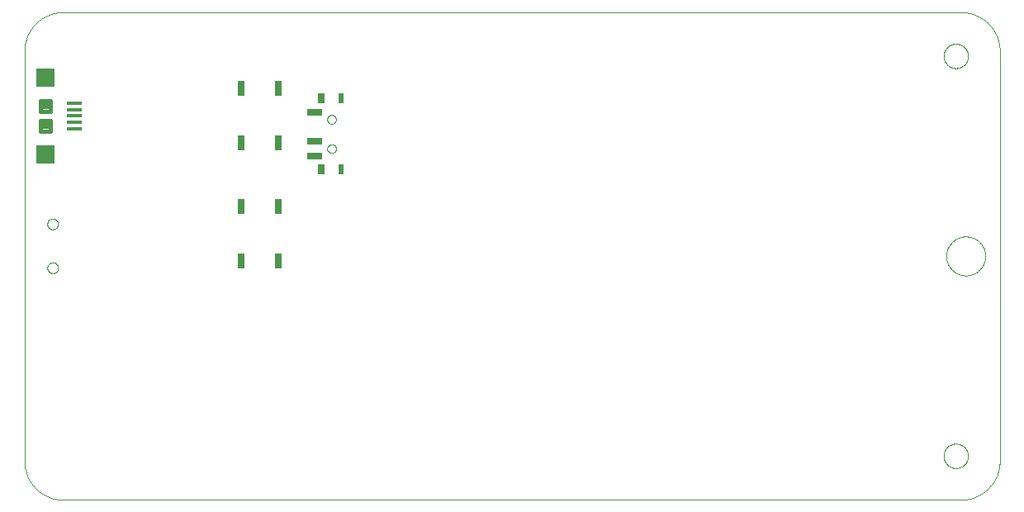
<source format=gbp>
G75*
%MOIN*%
%OFA0B0*%
%FSLAX25Y25*%
%IPPOS*%
%LPD*%
%AMOC8*
5,1,8,0,0,1.08239X$1,22.5*
%
%ADD10C,0.00000*%
%ADD11R,0.03000X0.06000*%
%ADD12R,0.05984X0.01496*%
%ADD13C,0.01800*%
%ADD14R,0.07480X0.07480*%
%ADD15R,0.05906X0.02756*%
%ADD16R,0.02362X0.03937*%
%ADD17R,0.03150X0.03937*%
D10*
X0059668Y0020048D02*
X0059668Y0185402D01*
X0059673Y0185783D01*
X0059686Y0186163D01*
X0059709Y0186543D01*
X0059742Y0186922D01*
X0059783Y0187300D01*
X0059833Y0187677D01*
X0059893Y0188053D01*
X0059961Y0188428D01*
X0060039Y0188800D01*
X0060126Y0189171D01*
X0060221Y0189539D01*
X0060326Y0189905D01*
X0060439Y0190268D01*
X0060561Y0190629D01*
X0060691Y0190986D01*
X0060831Y0191340D01*
X0060978Y0191691D01*
X0061135Y0192038D01*
X0061299Y0192381D01*
X0061472Y0192720D01*
X0061653Y0193055D01*
X0061842Y0193386D01*
X0062039Y0193711D01*
X0062243Y0194032D01*
X0062456Y0194348D01*
X0062676Y0194658D01*
X0062903Y0194964D01*
X0063138Y0195263D01*
X0063380Y0195557D01*
X0063628Y0195845D01*
X0063884Y0196127D01*
X0064147Y0196402D01*
X0064416Y0196671D01*
X0064691Y0196934D01*
X0064973Y0197190D01*
X0065261Y0197438D01*
X0065555Y0197680D01*
X0065854Y0197915D01*
X0066160Y0198142D01*
X0066470Y0198362D01*
X0066786Y0198575D01*
X0067107Y0198779D01*
X0067432Y0198976D01*
X0067763Y0199165D01*
X0068098Y0199346D01*
X0068437Y0199519D01*
X0068780Y0199683D01*
X0069127Y0199840D01*
X0069478Y0199987D01*
X0069832Y0200127D01*
X0070189Y0200257D01*
X0070550Y0200379D01*
X0070913Y0200492D01*
X0071279Y0200597D01*
X0071647Y0200692D01*
X0072018Y0200779D01*
X0072390Y0200857D01*
X0072765Y0200925D01*
X0073141Y0200985D01*
X0073518Y0201035D01*
X0073896Y0201076D01*
X0074275Y0201109D01*
X0074655Y0201132D01*
X0075035Y0201145D01*
X0075416Y0201150D01*
X0437620Y0201150D01*
X0438001Y0201145D01*
X0438381Y0201132D01*
X0438761Y0201109D01*
X0439140Y0201076D01*
X0439518Y0201035D01*
X0439895Y0200985D01*
X0440271Y0200925D01*
X0440646Y0200857D01*
X0441018Y0200779D01*
X0441389Y0200692D01*
X0441757Y0200597D01*
X0442123Y0200492D01*
X0442486Y0200379D01*
X0442847Y0200257D01*
X0443204Y0200127D01*
X0443558Y0199987D01*
X0443909Y0199840D01*
X0444256Y0199683D01*
X0444599Y0199519D01*
X0444938Y0199346D01*
X0445273Y0199165D01*
X0445604Y0198976D01*
X0445929Y0198779D01*
X0446250Y0198575D01*
X0446566Y0198362D01*
X0446876Y0198142D01*
X0447182Y0197915D01*
X0447481Y0197680D01*
X0447775Y0197438D01*
X0448063Y0197190D01*
X0448345Y0196934D01*
X0448620Y0196671D01*
X0448889Y0196402D01*
X0449152Y0196127D01*
X0449408Y0195845D01*
X0449656Y0195557D01*
X0449898Y0195263D01*
X0450133Y0194964D01*
X0450360Y0194658D01*
X0450580Y0194348D01*
X0450793Y0194032D01*
X0450997Y0193711D01*
X0451194Y0193386D01*
X0451383Y0193055D01*
X0451564Y0192720D01*
X0451737Y0192381D01*
X0451901Y0192038D01*
X0452058Y0191691D01*
X0452205Y0191340D01*
X0452345Y0190986D01*
X0452475Y0190629D01*
X0452597Y0190268D01*
X0452710Y0189905D01*
X0452815Y0189539D01*
X0452910Y0189171D01*
X0452997Y0188800D01*
X0453075Y0188428D01*
X0453143Y0188053D01*
X0453203Y0187677D01*
X0453253Y0187300D01*
X0453294Y0186922D01*
X0453327Y0186543D01*
X0453350Y0186163D01*
X0453363Y0185783D01*
X0453368Y0185402D01*
X0453369Y0185402D02*
X0453369Y0020048D01*
X0453368Y0020048D02*
X0453363Y0019667D01*
X0453350Y0019287D01*
X0453327Y0018907D01*
X0453294Y0018528D01*
X0453253Y0018150D01*
X0453203Y0017773D01*
X0453143Y0017397D01*
X0453075Y0017022D01*
X0452997Y0016650D01*
X0452910Y0016279D01*
X0452815Y0015911D01*
X0452710Y0015545D01*
X0452597Y0015182D01*
X0452475Y0014821D01*
X0452345Y0014464D01*
X0452205Y0014110D01*
X0452058Y0013759D01*
X0451901Y0013412D01*
X0451737Y0013069D01*
X0451564Y0012730D01*
X0451383Y0012395D01*
X0451194Y0012064D01*
X0450997Y0011739D01*
X0450793Y0011418D01*
X0450580Y0011102D01*
X0450360Y0010792D01*
X0450133Y0010486D01*
X0449898Y0010187D01*
X0449656Y0009893D01*
X0449408Y0009605D01*
X0449152Y0009323D01*
X0448889Y0009048D01*
X0448620Y0008779D01*
X0448345Y0008516D01*
X0448063Y0008260D01*
X0447775Y0008012D01*
X0447481Y0007770D01*
X0447182Y0007535D01*
X0446876Y0007308D01*
X0446566Y0007088D01*
X0446250Y0006875D01*
X0445929Y0006671D01*
X0445604Y0006474D01*
X0445273Y0006285D01*
X0444938Y0006104D01*
X0444599Y0005931D01*
X0444256Y0005767D01*
X0443909Y0005610D01*
X0443558Y0005463D01*
X0443204Y0005323D01*
X0442847Y0005193D01*
X0442486Y0005071D01*
X0442123Y0004958D01*
X0441757Y0004853D01*
X0441389Y0004758D01*
X0441018Y0004671D01*
X0440646Y0004593D01*
X0440271Y0004525D01*
X0439895Y0004465D01*
X0439518Y0004415D01*
X0439140Y0004374D01*
X0438761Y0004341D01*
X0438381Y0004318D01*
X0438001Y0004305D01*
X0437620Y0004300D01*
X0075416Y0004300D01*
X0075035Y0004305D01*
X0074655Y0004318D01*
X0074275Y0004341D01*
X0073896Y0004374D01*
X0073518Y0004415D01*
X0073141Y0004465D01*
X0072765Y0004525D01*
X0072390Y0004593D01*
X0072018Y0004671D01*
X0071647Y0004758D01*
X0071279Y0004853D01*
X0070913Y0004958D01*
X0070550Y0005071D01*
X0070189Y0005193D01*
X0069832Y0005323D01*
X0069478Y0005463D01*
X0069127Y0005610D01*
X0068780Y0005767D01*
X0068437Y0005931D01*
X0068098Y0006104D01*
X0067763Y0006285D01*
X0067432Y0006474D01*
X0067107Y0006671D01*
X0066786Y0006875D01*
X0066470Y0007088D01*
X0066160Y0007308D01*
X0065854Y0007535D01*
X0065555Y0007770D01*
X0065261Y0008012D01*
X0064973Y0008260D01*
X0064691Y0008516D01*
X0064416Y0008779D01*
X0064147Y0009048D01*
X0063884Y0009323D01*
X0063628Y0009605D01*
X0063380Y0009893D01*
X0063138Y0010187D01*
X0062903Y0010486D01*
X0062676Y0010792D01*
X0062456Y0011102D01*
X0062243Y0011418D01*
X0062039Y0011739D01*
X0061842Y0012064D01*
X0061653Y0012395D01*
X0061472Y0012730D01*
X0061299Y0013069D01*
X0061135Y0013412D01*
X0060978Y0013759D01*
X0060831Y0014110D01*
X0060691Y0014464D01*
X0060561Y0014821D01*
X0060439Y0015182D01*
X0060326Y0015545D01*
X0060221Y0015911D01*
X0060126Y0016279D01*
X0060039Y0016650D01*
X0059961Y0017022D01*
X0059893Y0017397D01*
X0059833Y0017773D01*
X0059783Y0018150D01*
X0059742Y0018528D01*
X0059709Y0018907D01*
X0059686Y0019287D01*
X0059673Y0019667D01*
X0059668Y0020048D01*
X0068920Y0097942D02*
X0068922Y0098035D01*
X0068928Y0098127D01*
X0068938Y0098219D01*
X0068952Y0098310D01*
X0068969Y0098401D01*
X0068991Y0098491D01*
X0069016Y0098580D01*
X0069045Y0098668D01*
X0069078Y0098754D01*
X0069115Y0098839D01*
X0069155Y0098923D01*
X0069199Y0099004D01*
X0069246Y0099084D01*
X0069296Y0099162D01*
X0069350Y0099237D01*
X0069407Y0099310D01*
X0069467Y0099380D01*
X0069530Y0099448D01*
X0069596Y0099513D01*
X0069664Y0099575D01*
X0069735Y0099635D01*
X0069809Y0099691D01*
X0069885Y0099744D01*
X0069963Y0099793D01*
X0070043Y0099840D01*
X0070125Y0099882D01*
X0070209Y0099922D01*
X0070294Y0099957D01*
X0070381Y0099989D01*
X0070469Y0100018D01*
X0070558Y0100042D01*
X0070648Y0100063D01*
X0070739Y0100079D01*
X0070831Y0100092D01*
X0070923Y0100101D01*
X0071016Y0100106D01*
X0071108Y0100107D01*
X0071201Y0100104D01*
X0071293Y0100097D01*
X0071385Y0100086D01*
X0071476Y0100071D01*
X0071567Y0100053D01*
X0071657Y0100030D01*
X0071745Y0100004D01*
X0071833Y0099974D01*
X0071919Y0099940D01*
X0072003Y0099903D01*
X0072086Y0099861D01*
X0072167Y0099817D01*
X0072247Y0099769D01*
X0072324Y0099718D01*
X0072398Y0099663D01*
X0072471Y0099605D01*
X0072541Y0099545D01*
X0072608Y0099481D01*
X0072672Y0099415D01*
X0072734Y0099345D01*
X0072792Y0099274D01*
X0072847Y0099200D01*
X0072899Y0099123D01*
X0072948Y0099044D01*
X0072994Y0098964D01*
X0073036Y0098881D01*
X0073074Y0098797D01*
X0073109Y0098711D01*
X0073140Y0098624D01*
X0073167Y0098536D01*
X0073190Y0098446D01*
X0073210Y0098356D01*
X0073226Y0098265D01*
X0073238Y0098173D01*
X0073246Y0098081D01*
X0073250Y0097988D01*
X0073250Y0097896D01*
X0073246Y0097803D01*
X0073238Y0097711D01*
X0073226Y0097619D01*
X0073210Y0097528D01*
X0073190Y0097438D01*
X0073167Y0097348D01*
X0073140Y0097260D01*
X0073109Y0097173D01*
X0073074Y0097087D01*
X0073036Y0097003D01*
X0072994Y0096920D01*
X0072948Y0096840D01*
X0072899Y0096761D01*
X0072847Y0096684D01*
X0072792Y0096610D01*
X0072734Y0096539D01*
X0072672Y0096469D01*
X0072608Y0096403D01*
X0072541Y0096339D01*
X0072471Y0096279D01*
X0072398Y0096221D01*
X0072324Y0096166D01*
X0072247Y0096115D01*
X0072168Y0096067D01*
X0072086Y0096023D01*
X0072003Y0095981D01*
X0071919Y0095944D01*
X0071833Y0095910D01*
X0071745Y0095880D01*
X0071657Y0095854D01*
X0071567Y0095831D01*
X0071476Y0095813D01*
X0071385Y0095798D01*
X0071293Y0095787D01*
X0071201Y0095780D01*
X0071108Y0095777D01*
X0071016Y0095778D01*
X0070923Y0095783D01*
X0070831Y0095792D01*
X0070739Y0095805D01*
X0070648Y0095821D01*
X0070558Y0095842D01*
X0070469Y0095866D01*
X0070381Y0095895D01*
X0070294Y0095927D01*
X0070209Y0095962D01*
X0070125Y0096002D01*
X0070043Y0096044D01*
X0069963Y0096091D01*
X0069885Y0096140D01*
X0069809Y0096193D01*
X0069735Y0096249D01*
X0069664Y0096309D01*
X0069596Y0096371D01*
X0069530Y0096436D01*
X0069467Y0096504D01*
X0069407Y0096574D01*
X0069350Y0096647D01*
X0069296Y0096722D01*
X0069246Y0096800D01*
X0069199Y0096880D01*
X0069155Y0096961D01*
X0069115Y0097045D01*
X0069078Y0097130D01*
X0069045Y0097216D01*
X0069016Y0097304D01*
X0068991Y0097393D01*
X0068969Y0097483D01*
X0068952Y0097574D01*
X0068938Y0097665D01*
X0068928Y0097757D01*
X0068922Y0097849D01*
X0068920Y0097942D01*
X0068920Y0115658D02*
X0068922Y0115751D01*
X0068928Y0115843D01*
X0068938Y0115935D01*
X0068952Y0116026D01*
X0068969Y0116117D01*
X0068991Y0116207D01*
X0069016Y0116296D01*
X0069045Y0116384D01*
X0069078Y0116470D01*
X0069115Y0116555D01*
X0069155Y0116639D01*
X0069199Y0116720D01*
X0069246Y0116800D01*
X0069296Y0116878D01*
X0069350Y0116953D01*
X0069407Y0117026D01*
X0069467Y0117096D01*
X0069530Y0117164D01*
X0069596Y0117229D01*
X0069664Y0117291D01*
X0069735Y0117351D01*
X0069809Y0117407D01*
X0069885Y0117460D01*
X0069963Y0117509D01*
X0070043Y0117556D01*
X0070125Y0117598D01*
X0070209Y0117638D01*
X0070294Y0117673D01*
X0070381Y0117705D01*
X0070469Y0117734D01*
X0070558Y0117758D01*
X0070648Y0117779D01*
X0070739Y0117795D01*
X0070831Y0117808D01*
X0070923Y0117817D01*
X0071016Y0117822D01*
X0071108Y0117823D01*
X0071201Y0117820D01*
X0071293Y0117813D01*
X0071385Y0117802D01*
X0071476Y0117787D01*
X0071567Y0117769D01*
X0071657Y0117746D01*
X0071745Y0117720D01*
X0071833Y0117690D01*
X0071919Y0117656D01*
X0072003Y0117619D01*
X0072086Y0117577D01*
X0072167Y0117533D01*
X0072247Y0117485D01*
X0072324Y0117434D01*
X0072398Y0117379D01*
X0072471Y0117321D01*
X0072541Y0117261D01*
X0072608Y0117197D01*
X0072672Y0117131D01*
X0072734Y0117061D01*
X0072792Y0116990D01*
X0072847Y0116916D01*
X0072899Y0116839D01*
X0072948Y0116760D01*
X0072994Y0116680D01*
X0073036Y0116597D01*
X0073074Y0116513D01*
X0073109Y0116427D01*
X0073140Y0116340D01*
X0073167Y0116252D01*
X0073190Y0116162D01*
X0073210Y0116072D01*
X0073226Y0115981D01*
X0073238Y0115889D01*
X0073246Y0115797D01*
X0073250Y0115704D01*
X0073250Y0115612D01*
X0073246Y0115519D01*
X0073238Y0115427D01*
X0073226Y0115335D01*
X0073210Y0115244D01*
X0073190Y0115154D01*
X0073167Y0115064D01*
X0073140Y0114976D01*
X0073109Y0114889D01*
X0073074Y0114803D01*
X0073036Y0114719D01*
X0072994Y0114636D01*
X0072948Y0114556D01*
X0072899Y0114477D01*
X0072847Y0114400D01*
X0072792Y0114326D01*
X0072734Y0114255D01*
X0072672Y0114185D01*
X0072608Y0114119D01*
X0072541Y0114055D01*
X0072471Y0113995D01*
X0072398Y0113937D01*
X0072324Y0113882D01*
X0072247Y0113831D01*
X0072168Y0113783D01*
X0072086Y0113739D01*
X0072003Y0113697D01*
X0071919Y0113660D01*
X0071833Y0113626D01*
X0071745Y0113596D01*
X0071657Y0113570D01*
X0071567Y0113547D01*
X0071476Y0113529D01*
X0071385Y0113514D01*
X0071293Y0113503D01*
X0071201Y0113496D01*
X0071108Y0113493D01*
X0071016Y0113494D01*
X0070923Y0113499D01*
X0070831Y0113508D01*
X0070739Y0113521D01*
X0070648Y0113537D01*
X0070558Y0113558D01*
X0070469Y0113582D01*
X0070381Y0113611D01*
X0070294Y0113643D01*
X0070209Y0113678D01*
X0070125Y0113718D01*
X0070043Y0113760D01*
X0069963Y0113807D01*
X0069885Y0113856D01*
X0069809Y0113909D01*
X0069735Y0113965D01*
X0069664Y0114025D01*
X0069596Y0114087D01*
X0069530Y0114152D01*
X0069467Y0114220D01*
X0069407Y0114290D01*
X0069350Y0114363D01*
X0069296Y0114438D01*
X0069246Y0114516D01*
X0069199Y0114596D01*
X0069155Y0114677D01*
X0069115Y0114761D01*
X0069078Y0114846D01*
X0069045Y0114932D01*
X0069016Y0115020D01*
X0068991Y0115109D01*
X0068969Y0115199D01*
X0068952Y0115290D01*
X0068938Y0115381D01*
X0068928Y0115473D01*
X0068922Y0115565D01*
X0068920Y0115658D01*
X0181911Y0146032D02*
X0181913Y0146116D01*
X0181919Y0146199D01*
X0181929Y0146282D01*
X0181943Y0146365D01*
X0181960Y0146447D01*
X0181982Y0146528D01*
X0182007Y0146607D01*
X0182036Y0146686D01*
X0182069Y0146763D01*
X0182105Y0146838D01*
X0182145Y0146912D01*
X0182188Y0146984D01*
X0182235Y0147053D01*
X0182285Y0147120D01*
X0182338Y0147185D01*
X0182394Y0147247D01*
X0182452Y0147307D01*
X0182514Y0147364D01*
X0182578Y0147417D01*
X0182645Y0147468D01*
X0182714Y0147515D01*
X0182785Y0147560D01*
X0182858Y0147600D01*
X0182933Y0147637D01*
X0183010Y0147671D01*
X0183088Y0147701D01*
X0183167Y0147727D01*
X0183248Y0147750D01*
X0183330Y0147768D01*
X0183412Y0147783D01*
X0183495Y0147794D01*
X0183578Y0147801D01*
X0183662Y0147804D01*
X0183746Y0147803D01*
X0183829Y0147798D01*
X0183913Y0147789D01*
X0183995Y0147776D01*
X0184077Y0147760D01*
X0184158Y0147739D01*
X0184239Y0147715D01*
X0184317Y0147687D01*
X0184395Y0147655D01*
X0184471Y0147619D01*
X0184545Y0147580D01*
X0184617Y0147538D01*
X0184687Y0147492D01*
X0184755Y0147443D01*
X0184820Y0147391D01*
X0184883Y0147336D01*
X0184943Y0147278D01*
X0185001Y0147217D01*
X0185055Y0147153D01*
X0185107Y0147087D01*
X0185155Y0147019D01*
X0185200Y0146948D01*
X0185241Y0146875D01*
X0185280Y0146801D01*
X0185314Y0146725D01*
X0185345Y0146647D01*
X0185372Y0146568D01*
X0185396Y0146487D01*
X0185415Y0146406D01*
X0185431Y0146324D01*
X0185443Y0146241D01*
X0185451Y0146157D01*
X0185455Y0146074D01*
X0185455Y0145990D01*
X0185451Y0145907D01*
X0185443Y0145823D01*
X0185431Y0145740D01*
X0185415Y0145658D01*
X0185396Y0145577D01*
X0185372Y0145496D01*
X0185345Y0145417D01*
X0185314Y0145339D01*
X0185280Y0145263D01*
X0185241Y0145189D01*
X0185200Y0145116D01*
X0185155Y0145045D01*
X0185107Y0144977D01*
X0185055Y0144911D01*
X0185001Y0144847D01*
X0184943Y0144786D01*
X0184883Y0144728D01*
X0184820Y0144673D01*
X0184755Y0144621D01*
X0184687Y0144572D01*
X0184617Y0144526D01*
X0184545Y0144484D01*
X0184471Y0144445D01*
X0184395Y0144409D01*
X0184317Y0144377D01*
X0184239Y0144349D01*
X0184158Y0144325D01*
X0184077Y0144304D01*
X0183995Y0144288D01*
X0183913Y0144275D01*
X0183829Y0144266D01*
X0183746Y0144261D01*
X0183662Y0144260D01*
X0183578Y0144263D01*
X0183495Y0144270D01*
X0183412Y0144281D01*
X0183330Y0144296D01*
X0183248Y0144314D01*
X0183167Y0144337D01*
X0183088Y0144363D01*
X0183010Y0144393D01*
X0182933Y0144427D01*
X0182858Y0144464D01*
X0182785Y0144504D01*
X0182714Y0144549D01*
X0182645Y0144596D01*
X0182578Y0144647D01*
X0182514Y0144700D01*
X0182452Y0144757D01*
X0182394Y0144817D01*
X0182338Y0144879D01*
X0182285Y0144944D01*
X0182235Y0145011D01*
X0182188Y0145080D01*
X0182145Y0145152D01*
X0182105Y0145226D01*
X0182069Y0145301D01*
X0182036Y0145378D01*
X0182007Y0145457D01*
X0181982Y0145536D01*
X0181960Y0145617D01*
X0181943Y0145699D01*
X0181929Y0145782D01*
X0181919Y0145865D01*
X0181913Y0145948D01*
X0181911Y0146032D01*
X0181911Y0157843D02*
X0181913Y0157927D01*
X0181919Y0158010D01*
X0181929Y0158093D01*
X0181943Y0158176D01*
X0181960Y0158258D01*
X0181982Y0158339D01*
X0182007Y0158418D01*
X0182036Y0158497D01*
X0182069Y0158574D01*
X0182105Y0158649D01*
X0182145Y0158723D01*
X0182188Y0158795D01*
X0182235Y0158864D01*
X0182285Y0158931D01*
X0182338Y0158996D01*
X0182394Y0159058D01*
X0182452Y0159118D01*
X0182514Y0159175D01*
X0182578Y0159228D01*
X0182645Y0159279D01*
X0182714Y0159326D01*
X0182785Y0159371D01*
X0182858Y0159411D01*
X0182933Y0159448D01*
X0183010Y0159482D01*
X0183088Y0159512D01*
X0183167Y0159538D01*
X0183248Y0159561D01*
X0183330Y0159579D01*
X0183412Y0159594D01*
X0183495Y0159605D01*
X0183578Y0159612D01*
X0183662Y0159615D01*
X0183746Y0159614D01*
X0183829Y0159609D01*
X0183913Y0159600D01*
X0183995Y0159587D01*
X0184077Y0159571D01*
X0184158Y0159550D01*
X0184239Y0159526D01*
X0184317Y0159498D01*
X0184395Y0159466D01*
X0184471Y0159430D01*
X0184545Y0159391D01*
X0184617Y0159349D01*
X0184687Y0159303D01*
X0184755Y0159254D01*
X0184820Y0159202D01*
X0184883Y0159147D01*
X0184943Y0159089D01*
X0185001Y0159028D01*
X0185055Y0158964D01*
X0185107Y0158898D01*
X0185155Y0158830D01*
X0185200Y0158759D01*
X0185241Y0158686D01*
X0185280Y0158612D01*
X0185314Y0158536D01*
X0185345Y0158458D01*
X0185372Y0158379D01*
X0185396Y0158298D01*
X0185415Y0158217D01*
X0185431Y0158135D01*
X0185443Y0158052D01*
X0185451Y0157968D01*
X0185455Y0157885D01*
X0185455Y0157801D01*
X0185451Y0157718D01*
X0185443Y0157634D01*
X0185431Y0157551D01*
X0185415Y0157469D01*
X0185396Y0157388D01*
X0185372Y0157307D01*
X0185345Y0157228D01*
X0185314Y0157150D01*
X0185280Y0157074D01*
X0185241Y0157000D01*
X0185200Y0156927D01*
X0185155Y0156856D01*
X0185107Y0156788D01*
X0185055Y0156722D01*
X0185001Y0156658D01*
X0184943Y0156597D01*
X0184883Y0156539D01*
X0184820Y0156484D01*
X0184755Y0156432D01*
X0184687Y0156383D01*
X0184617Y0156337D01*
X0184545Y0156295D01*
X0184471Y0156256D01*
X0184395Y0156220D01*
X0184317Y0156188D01*
X0184239Y0156160D01*
X0184158Y0156136D01*
X0184077Y0156115D01*
X0183995Y0156099D01*
X0183913Y0156086D01*
X0183829Y0156077D01*
X0183746Y0156072D01*
X0183662Y0156071D01*
X0183578Y0156074D01*
X0183495Y0156081D01*
X0183412Y0156092D01*
X0183330Y0156107D01*
X0183248Y0156125D01*
X0183167Y0156148D01*
X0183088Y0156174D01*
X0183010Y0156204D01*
X0182933Y0156238D01*
X0182858Y0156275D01*
X0182785Y0156315D01*
X0182714Y0156360D01*
X0182645Y0156407D01*
X0182578Y0156458D01*
X0182514Y0156511D01*
X0182452Y0156568D01*
X0182394Y0156628D01*
X0182338Y0156690D01*
X0182285Y0156755D01*
X0182235Y0156822D01*
X0182188Y0156891D01*
X0182145Y0156963D01*
X0182105Y0157037D01*
X0182069Y0157112D01*
X0182036Y0157189D01*
X0182007Y0157268D01*
X0181982Y0157347D01*
X0181960Y0157428D01*
X0181943Y0157510D01*
X0181929Y0157593D01*
X0181919Y0157676D01*
X0181913Y0157759D01*
X0181911Y0157843D01*
X0430731Y0183434D02*
X0430733Y0183574D01*
X0430739Y0183714D01*
X0430749Y0183853D01*
X0430763Y0183992D01*
X0430781Y0184131D01*
X0430802Y0184269D01*
X0430828Y0184407D01*
X0430858Y0184544D01*
X0430891Y0184679D01*
X0430929Y0184814D01*
X0430970Y0184948D01*
X0431015Y0185081D01*
X0431063Y0185212D01*
X0431116Y0185341D01*
X0431172Y0185470D01*
X0431231Y0185596D01*
X0431295Y0185721D01*
X0431361Y0185844D01*
X0431432Y0185965D01*
X0431505Y0186084D01*
X0431582Y0186201D01*
X0431663Y0186315D01*
X0431746Y0186427D01*
X0431833Y0186537D01*
X0431923Y0186645D01*
X0432015Y0186749D01*
X0432111Y0186851D01*
X0432210Y0186951D01*
X0432311Y0187047D01*
X0432415Y0187141D01*
X0432522Y0187231D01*
X0432631Y0187318D01*
X0432743Y0187403D01*
X0432857Y0187484D01*
X0432973Y0187562D01*
X0433091Y0187636D01*
X0433212Y0187707D01*
X0433334Y0187775D01*
X0433459Y0187839D01*
X0433585Y0187900D01*
X0433712Y0187957D01*
X0433842Y0188010D01*
X0433973Y0188060D01*
X0434105Y0188105D01*
X0434238Y0188148D01*
X0434373Y0188186D01*
X0434508Y0188220D01*
X0434645Y0188251D01*
X0434782Y0188278D01*
X0434920Y0188300D01*
X0435059Y0188319D01*
X0435198Y0188334D01*
X0435337Y0188345D01*
X0435477Y0188352D01*
X0435617Y0188355D01*
X0435757Y0188354D01*
X0435897Y0188349D01*
X0436036Y0188340D01*
X0436176Y0188327D01*
X0436315Y0188310D01*
X0436453Y0188289D01*
X0436591Y0188265D01*
X0436728Y0188236D01*
X0436864Y0188204D01*
X0436999Y0188167D01*
X0437133Y0188127D01*
X0437266Y0188083D01*
X0437397Y0188035D01*
X0437527Y0187984D01*
X0437656Y0187929D01*
X0437783Y0187870D01*
X0437908Y0187807D01*
X0438031Y0187742D01*
X0438153Y0187672D01*
X0438272Y0187599D01*
X0438390Y0187523D01*
X0438505Y0187444D01*
X0438618Y0187361D01*
X0438728Y0187275D01*
X0438836Y0187186D01*
X0438941Y0187094D01*
X0439044Y0186999D01*
X0439144Y0186901D01*
X0439241Y0186801D01*
X0439335Y0186697D01*
X0439427Y0186591D01*
X0439515Y0186483D01*
X0439600Y0186372D01*
X0439682Y0186258D01*
X0439761Y0186142D01*
X0439836Y0186025D01*
X0439908Y0185905D01*
X0439976Y0185783D01*
X0440041Y0185659D01*
X0440103Y0185533D01*
X0440161Y0185406D01*
X0440215Y0185277D01*
X0440266Y0185146D01*
X0440312Y0185014D01*
X0440355Y0184881D01*
X0440395Y0184747D01*
X0440430Y0184612D01*
X0440462Y0184475D01*
X0440489Y0184338D01*
X0440513Y0184200D01*
X0440533Y0184062D01*
X0440549Y0183923D01*
X0440561Y0183783D01*
X0440569Y0183644D01*
X0440573Y0183504D01*
X0440573Y0183364D01*
X0440569Y0183224D01*
X0440561Y0183085D01*
X0440549Y0182945D01*
X0440533Y0182806D01*
X0440513Y0182668D01*
X0440489Y0182530D01*
X0440462Y0182393D01*
X0440430Y0182256D01*
X0440395Y0182121D01*
X0440355Y0181987D01*
X0440312Y0181854D01*
X0440266Y0181722D01*
X0440215Y0181591D01*
X0440161Y0181462D01*
X0440103Y0181335D01*
X0440041Y0181209D01*
X0439976Y0181085D01*
X0439908Y0180963D01*
X0439836Y0180843D01*
X0439761Y0180726D01*
X0439682Y0180610D01*
X0439600Y0180496D01*
X0439515Y0180385D01*
X0439427Y0180277D01*
X0439335Y0180171D01*
X0439241Y0180067D01*
X0439144Y0179967D01*
X0439044Y0179869D01*
X0438941Y0179774D01*
X0438836Y0179682D01*
X0438728Y0179593D01*
X0438618Y0179507D01*
X0438505Y0179424D01*
X0438390Y0179345D01*
X0438272Y0179269D01*
X0438153Y0179196D01*
X0438031Y0179126D01*
X0437908Y0179061D01*
X0437783Y0178998D01*
X0437656Y0178939D01*
X0437527Y0178884D01*
X0437397Y0178833D01*
X0437266Y0178785D01*
X0437133Y0178741D01*
X0436999Y0178701D01*
X0436864Y0178664D01*
X0436728Y0178632D01*
X0436591Y0178603D01*
X0436453Y0178579D01*
X0436315Y0178558D01*
X0436176Y0178541D01*
X0436036Y0178528D01*
X0435897Y0178519D01*
X0435757Y0178514D01*
X0435617Y0178513D01*
X0435477Y0178516D01*
X0435337Y0178523D01*
X0435198Y0178534D01*
X0435059Y0178549D01*
X0434920Y0178568D01*
X0434782Y0178590D01*
X0434645Y0178617D01*
X0434508Y0178648D01*
X0434373Y0178682D01*
X0434238Y0178720D01*
X0434105Y0178763D01*
X0433973Y0178808D01*
X0433842Y0178858D01*
X0433712Y0178911D01*
X0433585Y0178968D01*
X0433459Y0179029D01*
X0433334Y0179093D01*
X0433212Y0179161D01*
X0433091Y0179232D01*
X0432973Y0179306D01*
X0432857Y0179384D01*
X0432743Y0179465D01*
X0432631Y0179550D01*
X0432522Y0179637D01*
X0432415Y0179727D01*
X0432311Y0179821D01*
X0432210Y0179917D01*
X0432111Y0180017D01*
X0432015Y0180119D01*
X0431923Y0180223D01*
X0431833Y0180331D01*
X0431746Y0180441D01*
X0431663Y0180553D01*
X0431582Y0180667D01*
X0431505Y0180784D01*
X0431432Y0180903D01*
X0431361Y0181024D01*
X0431295Y0181147D01*
X0431231Y0181272D01*
X0431172Y0181398D01*
X0431116Y0181527D01*
X0431063Y0181656D01*
X0431015Y0181787D01*
X0430970Y0181920D01*
X0430929Y0182054D01*
X0430891Y0182189D01*
X0430858Y0182324D01*
X0430828Y0182461D01*
X0430802Y0182599D01*
X0430781Y0182737D01*
X0430763Y0182876D01*
X0430749Y0183015D01*
X0430739Y0183154D01*
X0430733Y0183294D01*
X0430731Y0183434D01*
X0431794Y0102725D02*
X0431796Y0102918D01*
X0431803Y0103111D01*
X0431815Y0103304D01*
X0431832Y0103497D01*
X0431853Y0103689D01*
X0431879Y0103880D01*
X0431910Y0104071D01*
X0431945Y0104261D01*
X0431985Y0104450D01*
X0432030Y0104638D01*
X0432079Y0104825D01*
X0432133Y0105011D01*
X0432191Y0105195D01*
X0432254Y0105378D01*
X0432322Y0105559D01*
X0432393Y0105738D01*
X0432470Y0105916D01*
X0432550Y0106092D01*
X0432635Y0106265D01*
X0432724Y0106437D01*
X0432817Y0106606D01*
X0432914Y0106773D01*
X0433016Y0106938D01*
X0433121Y0107100D01*
X0433230Y0107259D01*
X0433344Y0107416D01*
X0433461Y0107569D01*
X0433581Y0107720D01*
X0433706Y0107868D01*
X0433834Y0108013D01*
X0433965Y0108154D01*
X0434100Y0108293D01*
X0434239Y0108428D01*
X0434380Y0108559D01*
X0434525Y0108687D01*
X0434673Y0108812D01*
X0434824Y0108932D01*
X0434977Y0109049D01*
X0435134Y0109163D01*
X0435293Y0109272D01*
X0435455Y0109377D01*
X0435620Y0109479D01*
X0435787Y0109576D01*
X0435956Y0109669D01*
X0436128Y0109758D01*
X0436301Y0109843D01*
X0436477Y0109923D01*
X0436655Y0110000D01*
X0436834Y0110071D01*
X0437015Y0110139D01*
X0437198Y0110202D01*
X0437382Y0110260D01*
X0437568Y0110314D01*
X0437755Y0110363D01*
X0437943Y0110408D01*
X0438132Y0110448D01*
X0438322Y0110483D01*
X0438513Y0110514D01*
X0438704Y0110540D01*
X0438896Y0110561D01*
X0439089Y0110578D01*
X0439282Y0110590D01*
X0439475Y0110597D01*
X0439668Y0110599D01*
X0439861Y0110597D01*
X0440054Y0110590D01*
X0440247Y0110578D01*
X0440440Y0110561D01*
X0440632Y0110540D01*
X0440823Y0110514D01*
X0441014Y0110483D01*
X0441204Y0110448D01*
X0441393Y0110408D01*
X0441581Y0110363D01*
X0441768Y0110314D01*
X0441954Y0110260D01*
X0442138Y0110202D01*
X0442321Y0110139D01*
X0442502Y0110071D01*
X0442681Y0110000D01*
X0442859Y0109923D01*
X0443035Y0109843D01*
X0443208Y0109758D01*
X0443380Y0109669D01*
X0443549Y0109576D01*
X0443716Y0109479D01*
X0443881Y0109377D01*
X0444043Y0109272D01*
X0444202Y0109163D01*
X0444359Y0109049D01*
X0444512Y0108932D01*
X0444663Y0108812D01*
X0444811Y0108687D01*
X0444956Y0108559D01*
X0445097Y0108428D01*
X0445236Y0108293D01*
X0445371Y0108154D01*
X0445502Y0108013D01*
X0445630Y0107868D01*
X0445755Y0107720D01*
X0445875Y0107569D01*
X0445992Y0107416D01*
X0446106Y0107259D01*
X0446215Y0107100D01*
X0446320Y0106938D01*
X0446422Y0106773D01*
X0446519Y0106606D01*
X0446612Y0106437D01*
X0446701Y0106265D01*
X0446786Y0106092D01*
X0446866Y0105916D01*
X0446943Y0105738D01*
X0447014Y0105559D01*
X0447082Y0105378D01*
X0447145Y0105195D01*
X0447203Y0105011D01*
X0447257Y0104825D01*
X0447306Y0104638D01*
X0447351Y0104450D01*
X0447391Y0104261D01*
X0447426Y0104071D01*
X0447457Y0103880D01*
X0447483Y0103689D01*
X0447504Y0103497D01*
X0447521Y0103304D01*
X0447533Y0103111D01*
X0447540Y0102918D01*
X0447542Y0102725D01*
X0447540Y0102532D01*
X0447533Y0102339D01*
X0447521Y0102146D01*
X0447504Y0101953D01*
X0447483Y0101761D01*
X0447457Y0101570D01*
X0447426Y0101379D01*
X0447391Y0101189D01*
X0447351Y0101000D01*
X0447306Y0100812D01*
X0447257Y0100625D01*
X0447203Y0100439D01*
X0447145Y0100255D01*
X0447082Y0100072D01*
X0447014Y0099891D01*
X0446943Y0099712D01*
X0446866Y0099534D01*
X0446786Y0099358D01*
X0446701Y0099185D01*
X0446612Y0099013D01*
X0446519Y0098844D01*
X0446422Y0098677D01*
X0446320Y0098512D01*
X0446215Y0098350D01*
X0446106Y0098191D01*
X0445992Y0098034D01*
X0445875Y0097881D01*
X0445755Y0097730D01*
X0445630Y0097582D01*
X0445502Y0097437D01*
X0445371Y0097296D01*
X0445236Y0097157D01*
X0445097Y0097022D01*
X0444956Y0096891D01*
X0444811Y0096763D01*
X0444663Y0096638D01*
X0444512Y0096518D01*
X0444359Y0096401D01*
X0444202Y0096287D01*
X0444043Y0096178D01*
X0443881Y0096073D01*
X0443716Y0095971D01*
X0443549Y0095874D01*
X0443380Y0095781D01*
X0443208Y0095692D01*
X0443035Y0095607D01*
X0442859Y0095527D01*
X0442681Y0095450D01*
X0442502Y0095379D01*
X0442321Y0095311D01*
X0442138Y0095248D01*
X0441954Y0095190D01*
X0441768Y0095136D01*
X0441581Y0095087D01*
X0441393Y0095042D01*
X0441204Y0095002D01*
X0441014Y0094967D01*
X0440823Y0094936D01*
X0440632Y0094910D01*
X0440440Y0094889D01*
X0440247Y0094872D01*
X0440054Y0094860D01*
X0439861Y0094853D01*
X0439668Y0094851D01*
X0439475Y0094853D01*
X0439282Y0094860D01*
X0439089Y0094872D01*
X0438896Y0094889D01*
X0438704Y0094910D01*
X0438513Y0094936D01*
X0438322Y0094967D01*
X0438132Y0095002D01*
X0437943Y0095042D01*
X0437755Y0095087D01*
X0437568Y0095136D01*
X0437382Y0095190D01*
X0437198Y0095248D01*
X0437015Y0095311D01*
X0436834Y0095379D01*
X0436655Y0095450D01*
X0436477Y0095527D01*
X0436301Y0095607D01*
X0436128Y0095692D01*
X0435956Y0095781D01*
X0435787Y0095874D01*
X0435620Y0095971D01*
X0435455Y0096073D01*
X0435293Y0096178D01*
X0435134Y0096287D01*
X0434977Y0096401D01*
X0434824Y0096518D01*
X0434673Y0096638D01*
X0434525Y0096763D01*
X0434380Y0096891D01*
X0434239Y0097022D01*
X0434100Y0097157D01*
X0433965Y0097296D01*
X0433834Y0097437D01*
X0433706Y0097582D01*
X0433581Y0097730D01*
X0433461Y0097881D01*
X0433344Y0098034D01*
X0433230Y0098191D01*
X0433121Y0098350D01*
X0433016Y0098512D01*
X0432914Y0098677D01*
X0432817Y0098844D01*
X0432724Y0099013D01*
X0432635Y0099185D01*
X0432550Y0099358D01*
X0432470Y0099534D01*
X0432393Y0099712D01*
X0432322Y0099891D01*
X0432254Y0100072D01*
X0432191Y0100255D01*
X0432133Y0100439D01*
X0432079Y0100625D01*
X0432030Y0100812D01*
X0431985Y0101000D01*
X0431945Y0101189D01*
X0431910Y0101379D01*
X0431879Y0101570D01*
X0431853Y0101761D01*
X0431832Y0101953D01*
X0431815Y0102146D01*
X0431803Y0102339D01*
X0431796Y0102532D01*
X0431794Y0102725D01*
X0430731Y0022017D02*
X0430733Y0022157D01*
X0430739Y0022297D01*
X0430749Y0022436D01*
X0430763Y0022575D01*
X0430781Y0022714D01*
X0430802Y0022852D01*
X0430828Y0022990D01*
X0430858Y0023127D01*
X0430891Y0023262D01*
X0430929Y0023397D01*
X0430970Y0023531D01*
X0431015Y0023664D01*
X0431063Y0023795D01*
X0431116Y0023924D01*
X0431172Y0024053D01*
X0431231Y0024179D01*
X0431295Y0024304D01*
X0431361Y0024427D01*
X0431432Y0024548D01*
X0431505Y0024667D01*
X0431582Y0024784D01*
X0431663Y0024898D01*
X0431746Y0025010D01*
X0431833Y0025120D01*
X0431923Y0025228D01*
X0432015Y0025332D01*
X0432111Y0025434D01*
X0432210Y0025534D01*
X0432311Y0025630D01*
X0432415Y0025724D01*
X0432522Y0025814D01*
X0432631Y0025901D01*
X0432743Y0025986D01*
X0432857Y0026067D01*
X0432973Y0026145D01*
X0433091Y0026219D01*
X0433212Y0026290D01*
X0433334Y0026358D01*
X0433459Y0026422D01*
X0433585Y0026483D01*
X0433712Y0026540D01*
X0433842Y0026593D01*
X0433973Y0026643D01*
X0434105Y0026688D01*
X0434238Y0026731D01*
X0434373Y0026769D01*
X0434508Y0026803D01*
X0434645Y0026834D01*
X0434782Y0026861D01*
X0434920Y0026883D01*
X0435059Y0026902D01*
X0435198Y0026917D01*
X0435337Y0026928D01*
X0435477Y0026935D01*
X0435617Y0026938D01*
X0435757Y0026937D01*
X0435897Y0026932D01*
X0436036Y0026923D01*
X0436176Y0026910D01*
X0436315Y0026893D01*
X0436453Y0026872D01*
X0436591Y0026848D01*
X0436728Y0026819D01*
X0436864Y0026787D01*
X0436999Y0026750D01*
X0437133Y0026710D01*
X0437266Y0026666D01*
X0437397Y0026618D01*
X0437527Y0026567D01*
X0437656Y0026512D01*
X0437783Y0026453D01*
X0437908Y0026390D01*
X0438031Y0026325D01*
X0438153Y0026255D01*
X0438272Y0026182D01*
X0438390Y0026106D01*
X0438505Y0026027D01*
X0438618Y0025944D01*
X0438728Y0025858D01*
X0438836Y0025769D01*
X0438941Y0025677D01*
X0439044Y0025582D01*
X0439144Y0025484D01*
X0439241Y0025384D01*
X0439335Y0025280D01*
X0439427Y0025174D01*
X0439515Y0025066D01*
X0439600Y0024955D01*
X0439682Y0024841D01*
X0439761Y0024725D01*
X0439836Y0024608D01*
X0439908Y0024488D01*
X0439976Y0024366D01*
X0440041Y0024242D01*
X0440103Y0024116D01*
X0440161Y0023989D01*
X0440215Y0023860D01*
X0440266Y0023729D01*
X0440312Y0023597D01*
X0440355Y0023464D01*
X0440395Y0023330D01*
X0440430Y0023195D01*
X0440462Y0023058D01*
X0440489Y0022921D01*
X0440513Y0022783D01*
X0440533Y0022645D01*
X0440549Y0022506D01*
X0440561Y0022366D01*
X0440569Y0022227D01*
X0440573Y0022087D01*
X0440573Y0021947D01*
X0440569Y0021807D01*
X0440561Y0021668D01*
X0440549Y0021528D01*
X0440533Y0021389D01*
X0440513Y0021251D01*
X0440489Y0021113D01*
X0440462Y0020976D01*
X0440430Y0020839D01*
X0440395Y0020704D01*
X0440355Y0020570D01*
X0440312Y0020437D01*
X0440266Y0020305D01*
X0440215Y0020174D01*
X0440161Y0020045D01*
X0440103Y0019918D01*
X0440041Y0019792D01*
X0439976Y0019668D01*
X0439908Y0019546D01*
X0439836Y0019426D01*
X0439761Y0019309D01*
X0439682Y0019193D01*
X0439600Y0019079D01*
X0439515Y0018968D01*
X0439427Y0018860D01*
X0439335Y0018754D01*
X0439241Y0018650D01*
X0439144Y0018550D01*
X0439044Y0018452D01*
X0438941Y0018357D01*
X0438836Y0018265D01*
X0438728Y0018176D01*
X0438618Y0018090D01*
X0438505Y0018007D01*
X0438390Y0017928D01*
X0438272Y0017852D01*
X0438153Y0017779D01*
X0438031Y0017709D01*
X0437908Y0017644D01*
X0437783Y0017581D01*
X0437656Y0017522D01*
X0437527Y0017467D01*
X0437397Y0017416D01*
X0437266Y0017368D01*
X0437133Y0017324D01*
X0436999Y0017284D01*
X0436864Y0017247D01*
X0436728Y0017215D01*
X0436591Y0017186D01*
X0436453Y0017162D01*
X0436315Y0017141D01*
X0436176Y0017124D01*
X0436036Y0017111D01*
X0435897Y0017102D01*
X0435757Y0017097D01*
X0435617Y0017096D01*
X0435477Y0017099D01*
X0435337Y0017106D01*
X0435198Y0017117D01*
X0435059Y0017132D01*
X0434920Y0017151D01*
X0434782Y0017173D01*
X0434645Y0017200D01*
X0434508Y0017231D01*
X0434373Y0017265D01*
X0434238Y0017303D01*
X0434105Y0017346D01*
X0433973Y0017391D01*
X0433842Y0017441D01*
X0433712Y0017494D01*
X0433585Y0017551D01*
X0433459Y0017612D01*
X0433334Y0017676D01*
X0433212Y0017744D01*
X0433091Y0017815D01*
X0432973Y0017889D01*
X0432857Y0017967D01*
X0432743Y0018048D01*
X0432631Y0018133D01*
X0432522Y0018220D01*
X0432415Y0018310D01*
X0432311Y0018404D01*
X0432210Y0018500D01*
X0432111Y0018600D01*
X0432015Y0018702D01*
X0431923Y0018806D01*
X0431833Y0018914D01*
X0431746Y0019024D01*
X0431663Y0019136D01*
X0431582Y0019250D01*
X0431505Y0019367D01*
X0431432Y0019486D01*
X0431361Y0019607D01*
X0431295Y0019730D01*
X0431231Y0019855D01*
X0431172Y0019981D01*
X0431116Y0020110D01*
X0431063Y0020239D01*
X0431015Y0020370D01*
X0430970Y0020503D01*
X0430929Y0020637D01*
X0430891Y0020772D01*
X0430858Y0020907D01*
X0430828Y0021044D01*
X0430802Y0021182D01*
X0430781Y0021320D01*
X0430763Y0021459D01*
X0430749Y0021598D01*
X0430739Y0021737D01*
X0430733Y0021877D01*
X0430731Y0022017D01*
D11*
X0162168Y0100800D03*
X0147168Y0100800D03*
X0147168Y0122800D03*
X0162168Y0122800D03*
X0162168Y0148300D03*
X0147168Y0148300D03*
X0147168Y0170300D03*
X0162168Y0170300D03*
D12*
X0079668Y0164418D03*
X0079668Y0161859D03*
X0079668Y0159300D03*
X0079668Y0156741D03*
X0079668Y0154182D03*
D13*
X0070268Y0153200D02*
X0070268Y0157400D01*
X0070268Y0153200D02*
X0066068Y0153200D01*
X0066068Y0157400D01*
X0070268Y0157400D01*
X0070268Y0154999D02*
X0066068Y0154999D01*
X0066068Y0156798D02*
X0070268Y0156798D01*
X0070268Y0161200D02*
X0070268Y0165400D01*
X0070268Y0161200D02*
X0066068Y0161200D01*
X0066068Y0165400D01*
X0070268Y0165400D01*
X0070268Y0162999D02*
X0066068Y0162999D01*
X0066068Y0164798D02*
X0070268Y0164798D01*
D14*
X0068168Y0174851D03*
X0068168Y0143749D03*
D15*
X0176794Y0143080D03*
X0176794Y0148985D03*
X0176794Y0160796D03*
D16*
X0187620Y0166308D03*
X0187620Y0137568D03*
D17*
X0179353Y0137568D03*
X0179353Y0166308D03*
M02*

</source>
